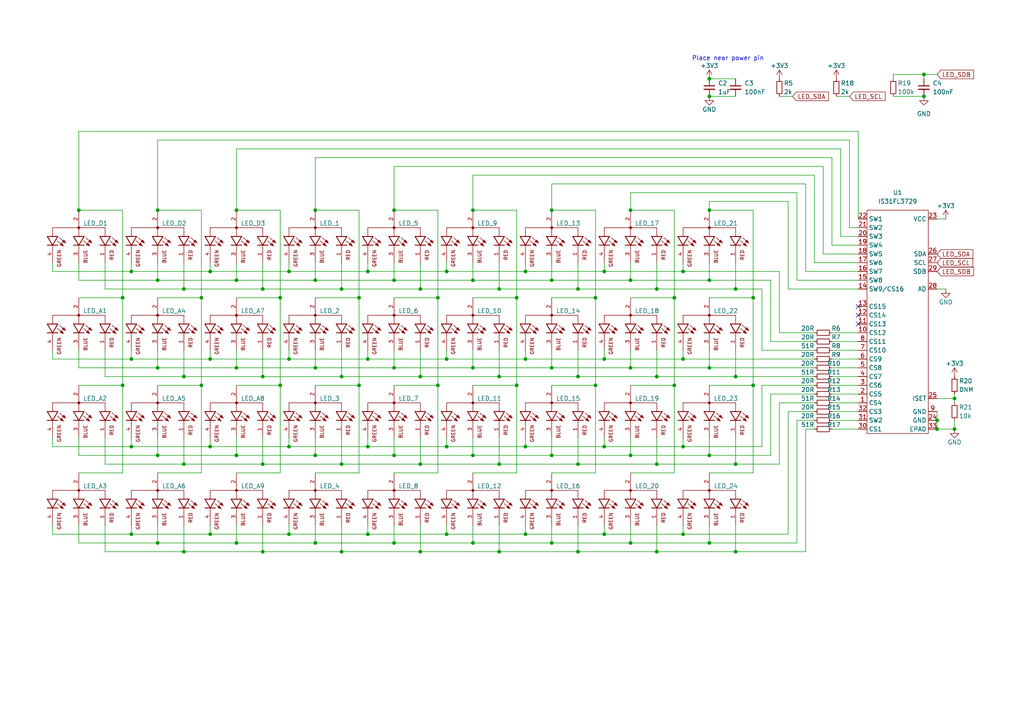
<source format=kicad_sch>
(kicad_sch (version 20211123) (generator eeschema)
  (paper "A4")
  (lib_symbols
    (symbol "Device:C_Small" (pin_numbers hide) (pin_names (offset 0.254) hide)
      (property "Reference" "C" (at 0.254 1.778 0))
      (property "Value" "C_Small" (at 0.254 -2.032 0))
      (symbol "C_Small_1_1"
        (pin passive line (at 0 2.54 270) (length 2.032) (name "~") (number "1"))
        (pin passive line (at 0 -2.54 90) (length 2.032) (name "~") (number "2"))
      )
    )
    (symbol "Device:R_Small" (pin_numbers hide) (pin_names (offset 0.254) hide)
      (property "Reference" "R" (at 0.762 0.508 0))
      (property "Value" "R_Small" (at 0.762 -1.016 0))
      (symbol "R_Small_1_1"
        (pin passive line (at 0 2.54 270) (length 0.762) (name "~") (number "1"))
        (pin passive line (at 0 -2.54 90) (length 0.762) (name "~") (number "2"))
      )
    )
    (symbol "T36K3BGR-05D000121U1930:T36K3BGR-05D000121U1930" (pin_names (offset 1.016))
      (property "Reference" "D" (at -10.16 12.7 0))
      (property "Value" "T36K3BGR-05D000121U1930" (at -10.16 10.16 0))
      (symbol "T36K3BGR-05D000121U1930_0_0"
        (text "BLUE" (at 3.81 2.54 0) (effects (font (size 1.016 1.016)) (justify left bottom)))
        (text "GREEN" (at 3.81 -5.08 0) (effects (font (size 1.016 1.016)) (justify left bottom)))
        (text "RED" (at 3.81 10.16 0) (effects (font (size 1.016 1.016)) (justify left bottom)))
        (pin passive line (at 7.62 7.62 180) (length 5.08) (name "~") (number "1"))
        (pin passive line (at -7.62 0 0) (length 5.08) (name "~") (number "2"))
        (pin passive line (at 7.62 0 180) (length 5.08) (name "~") (number "3"))
        (pin passive line (at 7.62 -7.62 180) (length 5.08) (name "~") (number "4"))
      )
    )
    (symbol "oskars_design_lib:IS31FL3729"
      (property "Reference" "U" (at 8.89 66.04 0))
      (property "Value" "IS31FL3729" (at 10.16 -1.27 0))
      (symbol "IS31FL3729_0_0"
        (pin passive line (at 20.32 8.89 180) (length 2.54) (name "CS4") (number "1"))
        (pin passive line (at 20.32 29.21 180) (length 2.54) (name "CS12") (number "10"))
        (pin passive line (at 20.32 31.75 180) (length 2.54) (name "CS13") (number "11"))
        (pin passive line (at 20.32 34.29 180) (length 2.54) (name "CS14") (number "12"))
        (pin passive line (at 20.32 36.83 180) (length 2.54) (name "CS15") (number "13"))
        (pin passive line (at 20.32 41.91 180) (length 2.54) (name "SW9/CS16") (number "14"))
        (pin passive line (at 20.32 44.45 180) (length 2.54) (name "SW8") (number "15"))
        (pin passive line (at 20.32 46.99 180) (length 2.54) (name "SW7") (number "16"))
        (pin passive line (at 20.32 49.53 180) (length 2.54) (name "SW6") (number "17"))
        (pin passive line (at 20.32 52.07 180) (length 2.54) (name "SW5") (number "18"))
        (pin passive line (at 20.32 54.61 180) (length 2.54) (name "SW4") (number "19"))
        (pin passive line (at 20.32 11.43 180) (length 2.54) (name "CS5") (number "2"))
        (pin passive line (at 20.32 57.15 180) (length 2.54) (name "SW3") (number "20"))
        (pin passive line (at 20.32 59.69 180) (length 2.54) (name "SW2") (number "21"))
        (pin passive line (at 20.32 62.23 180) (length 2.54) (name "SW1") (number "22"))
        (pin power_in line (at -2.54 62.23 0) (length 2.54) (name "VCC") (number "23"))
        (pin passive line (at -2.54 3.81 0) (length 2.54) (name "GND") (number "24"))
        (pin passive line (at -2.54 10.16 0) (length 2.54) (name "ISET") (number "25"))
        (pin passive line (at -2.54 52.07 0) (length 2.54) (name "SDA") (number "26"))
        (pin passive line (at -2.54 49.53 0) (length 2.54) (name "SCL") (number "27"))
        (pin passive line (at -2.54 41.91 0) (length 2.54) (name "AD") (number "28"))
        (pin passive line (at -2.54 46.99 0) (length 2.54) (name "SDB") (number "29"))
        (pin passive line (at 20.32 13.97 180) (length 2.54) (name "CS6") (number "3"))
        (pin passive line (at 20.32 1.27 180) (length 2.54) (name "CS1") (number "30"))
        (pin passive line (at 20.32 3.81 180) (length 2.54) (name "SW2") (number "31"))
        (pin passive line (at 20.32 6.35 180) (length 2.54) (name "CS3") (number "32"))
        (pin passive line (at -2.54 1.27 0) (length 2.54) (name "EPAD") (number "33"))
        (pin passive line (at 20.32 16.51 180) (length 2.54) (name "CS7") (number "4"))
        (pin passive line (at 20.32 19.05 180) (length 2.54) (name "CS8") (number "5"))
        (pin passive line (at 20.32 21.59 180) (length 2.54) (name "CS9") (number "6"))
        (pin passive line (at 20.32 24.13 180) (length 2.54) (name "CS10") (number "7"))
        (pin passive line (at 20.32 26.67 180) (length 2.54) (name "CS11") (number "8"))
        (pin passive line (at -2.54 6.35 0) (length 2.54) (name "GND") (number "9"))
      )
    )
    (symbol "power:+3V3" (power) (pin_names (offset 0))
      (property "Value" "+3V3" (at 0 3.556 0))
      (symbol "+3V3_1_1"
        (pin power_in line (at 0 0 90) (length 0) hide (name "+3V3") (number "1"))
      )
    )
    (symbol "power:GND" (power) (pin_names (offset 0))
      (property "Value" "GND" (at 0 -3.81 0))
      (symbol "GND_1_1"
        (pin power_in line (at 0 0 270) (length 0) hide (name "GND") (number "1"))
      )
    )
  )
  (junction (at 91.44 81.28))
  (junction (at 58.42 111.76))
  (junction (at 91.44 106.68))
  (junction (at 35.56 111.76))
  (junction (at 114.3 60.96))
  (junction (at 205.74 60.96))
  (junction (at 53.34 160.02))
  (junction (at 182.88 60.96))
  (junction (at 129.54 78.74))
  (junction (at 144.78 134.62))
  (junction (at 76.2 134.62))
  (junction (at 38.1 78.74))
  (junction (at 213.36 83.82))
  (junction (at 160.02 60.96))
  (junction (at 182.88 81.28))
  (junction (at 91.44 157.48))
  (junction (at 205.74 106.68))
  (junction (at 68.58 81.28))
  (junction (at 205.74 27.94))
  (junction (at 22.86 60.96))
  (junction (at 53.34 83.82))
  (junction (at 83.82 104.14))
  (junction (at 198.12 129.54))
  (junction (at 106.68 78.74))
  (junction (at 276.86 115.57))
  (junction (at 213.36 160.02))
  (junction (at 149.86 111.76))
  (junction (at 182.88 106.68))
  (junction (at 175.26 129.54))
  (junction (at 83.82 154.94))
  (junction (at 195.58 86.36))
  (junction (at 38.1 154.94))
  (junction (at 121.92 83.82))
  (junction (at 129.54 104.14))
  (junction (at 205.74 157.48))
  (junction (at 68.58 132.08))
  (junction (at 167.64 83.82))
  (junction (at 106.68 154.94))
  (junction (at 160.02 132.08))
  (junction (at 58.42 86.36))
  (junction (at 127 86.36))
  (junction (at 60.96 104.14))
  (junction (at 76.2 83.82))
  (junction (at 160.02 81.28))
  (junction (at 152.4 104.14))
  (junction (at 60.96 129.54))
  (junction (at 121.92 134.62))
  (junction (at 160.02 106.68))
  (junction (at 60.96 154.94))
  (junction (at 129.54 154.94))
  (junction (at 137.16 60.96))
  (junction (at 190.5 160.02))
  (junction (at 45.72 106.68))
  (junction (at 114.3 157.48))
  (junction (at 137.16 132.08))
  (junction (at 114.3 132.08))
  (junction (at 60.96 78.74))
  (junction (at 104.14 111.76))
  (junction (at 99.06 134.62))
  (junction (at 38.1 104.14))
  (junction (at 190.5 83.82))
  (junction (at 144.78 83.82))
  (junction (at 198.12 154.94))
  (junction (at 213.36 134.62))
  (junction (at 205.74 132.08))
  (junction (at 99.06 160.02))
  (junction (at 68.58 106.68))
  (junction (at 129.54 129.54))
  (junction (at 152.4 78.74))
  (junction (at 172.72 111.76))
  (junction (at 127 111.76))
  (junction (at 91.44 60.96))
  (junction (at 81.28 86.36))
  (junction (at 114.3 81.28))
  (junction (at 213.36 109.22))
  (junction (at 38.1 129.54))
  (junction (at 152.4 154.94))
  (junction (at 104.14 86.36))
  (junction (at 182.88 132.08))
  (junction (at 45.72 81.28))
  (junction (at 152.4 129.54))
  (junction (at 53.34 109.22))
  (junction (at 83.82 78.74))
  (junction (at 190.5 134.62))
  (junction (at 175.26 154.94))
  (junction (at 91.44 132.08))
  (junction (at 190.5 109.22))
  (junction (at 106.68 129.54))
  (junction (at 99.06 83.82))
  (junction (at 137.16 81.28))
  (junction (at 205.74 22.86))
  (junction (at 81.28 111.76))
  (junction (at 167.64 109.22))
  (junction (at 276.86 124.46))
  (junction (at 45.72 60.96))
  (junction (at 175.26 78.74))
  (junction (at 45.72 157.48))
  (junction (at 76.2 109.22))
  (junction (at 137.16 157.48))
  (junction (at 68.58 60.96))
  (junction (at 172.72 86.36))
  (junction (at 137.16 106.68))
  (junction (at 121.92 160.02))
  (junction (at 198.12 104.14))
  (junction (at 218.44 111.76))
  (junction (at 53.34 134.62))
  (junction (at 167.64 134.62))
  (junction (at 144.78 160.02))
  (junction (at 198.12 78.74))
  (junction (at 205.74 81.28))
  (junction (at 175.26 104.14))
  (junction (at 99.06 109.22))
  (junction (at 45.72 132.08))
  (junction (at 68.58 157.48))
  (junction (at 76.2 160.02))
  (junction (at 195.58 111.76))
  (junction (at 106.68 104.14))
  (junction (at 160.02 157.48))
  (junction (at 167.64 160.02))
  (junction (at 271.78 124.46))
  (junction (at 271.78 121.92))
  (junction (at 83.82 129.54))
  (junction (at 149.86 86.36))
  (junction (at 35.56 86.36))
  (junction (at 121.92 109.22))
  (junction (at 114.3 106.68))
  (junction (at 218.44 86.36))
  (junction (at 267.97 21.59))
  (junction (at 182.88 157.48))
  (junction (at 267.97 27.94))
  (junction (at 144.78 109.22))
  (no_connect (at 248.92 93.98))
  (no_connect (at 248.92 88.9))
  (no_connect (at 248.92 91.44))
  (wire (pts (xy 241.3 71.12) (xy 241.3 45.72)))
  (wire (pts (xy 114.3 111.76) (xy 127 111.76)))
  (wire (pts (xy 121.92 134.62) (xy 144.78 134.62)))
  (wire (pts (xy 15.24 76.2) (xy 15.24 78.74)))
  (wire (pts (xy 68.58 86.36) (xy 81.28 86.36)))
  (wire (pts (xy 22.86 60.96) (xy 22.86 38.1)))
  (wire (pts (xy 205.74 157.48) (xy 205.74 152.4)))
  (wire (pts (xy 91.44 106.68) (xy 114.3 106.68)))
  (wire (pts (xy 226.06 134.62) (xy 226.06 116.84)))
  (wire (pts (xy 160.02 106.68) (xy 160.02 101.6)))
  (wire (pts (xy 53.34 83.82) (xy 76.2 83.82)))
  (wire (pts (xy 38.1 76.2) (xy 38.1 78.74)))
  (wire (pts (xy 144.78 134.62) (xy 167.64 134.62)))
  (wire (pts (xy 190.5 134.62) (xy 190.5 127)))
  (wire (pts (xy 129.54 78.74) (xy 152.4 78.74)))
  (wire (pts (xy 231.14 55.88) (xy 182.88 55.88)))
  (wire (pts (xy 60.96 104.14) (xy 83.82 104.14)))
  (wire (pts (xy 160.02 81.28) (xy 182.88 81.28)))
  (wire (pts (xy 91.44 157.48) (xy 114.3 157.48)))
  (wire (pts (xy 152.4 104.14) (xy 175.26 104.14)))
  (wire (pts (xy 175.26 154.94) (xy 175.26 152.4)))
  (wire (pts (xy 91.44 81.28) (xy 91.44 76.2)))
  (wire (pts (xy 45.72 76.2) (xy 45.72 81.28)))
  (wire (pts (xy 182.88 81.28) (xy 205.74 81.28)))
  (wire (pts (xy 167.64 83.82) (xy 167.64 76.2)))
  (wire (pts (xy 259.08 21.59) (xy 259.08 22.86)))
  (wire (pts (xy 144.78 83.82) (xy 167.64 83.82)))
  (wire (pts (xy 238.76 48.26) (xy 114.3 48.26)))
  (wire (pts (xy 218.44 111.76) (xy 218.44 137.16)))
  (wire (pts (xy 114.3 86.36) (xy 127 86.36)))
  (wire (pts (xy 238.76 73.66) (xy 238.76 48.26)))
  (wire (pts (xy 248.92 38.1) (xy 248.92 63.5)))
  (wire (pts (xy 267.97 21.59) (xy 259.08 21.59)))
  (wire (pts (xy 144.78 109.22) (xy 167.64 109.22)))
  (wire (pts (xy 190.5 160.02) (xy 190.5 152.4)))
  (wire (pts (xy 175.26 104.14) (xy 175.26 101.6)))
  (wire (pts (xy 248.92 68.58) (xy 243.84 68.58)))
  (wire (pts (xy 175.26 78.74) (xy 175.26 76.2)))
  (wire (pts (xy 76.2 101.6) (xy 76.2 109.22)))
  (wire (pts (xy 53.34 109.22) (xy 76.2 109.22)))
  (wire (pts (xy 38.1 78.74) (xy 60.96 78.74)))
  (wire (pts (xy 144.78 134.62) (xy 144.78 127)))
  (wire (pts (xy 114.3 81.28) (xy 137.16 81.28)))
  (wire (pts (xy 76.2 160.02) (xy 99.06 160.02)))
  (wire (pts (xy 68.58 60.96) (xy 81.28 60.96)))
  (wire (pts (xy 60.96 101.6) (xy 60.96 104.14)))
  (wire (pts (xy 60.96 127) (xy 60.96 129.54)))
  (wire (pts (xy 106.68 78.74) (xy 129.54 78.74)))
  (wire (pts (xy 137.16 132.08) (xy 137.16 127)))
  (wire (pts (xy 241.3 119.38) (xy 248.92 119.38)))
  (wire (pts (xy 152.4 104.14) (xy 152.4 101.6)))
  (wire (pts (xy 236.22 101.6) (xy 220.98 101.6)))
  (wire (pts (xy 233.68 78.74) (xy 233.68 53.34)))
  (wire (pts (xy 223.52 114.3) (xy 236.22 114.3)))
  (wire (pts (xy 182.88 60.96) (xy 195.58 60.96)))
  (wire (pts (xy 106.68 129.54) (xy 129.54 129.54)))
  (wire (pts (xy 231.14 81.28) (xy 231.14 55.88)))
  (wire (pts (xy 15.24 154.94) (xy 38.1 154.94)))
  (wire (pts (xy 68.58 152.4) (xy 68.58 157.48)))
  (wire (pts (xy 60.96 152.4) (xy 60.96 154.94)))
  (wire (pts (xy 38.1 127) (xy 38.1 129.54)))
  (wire (pts (xy 22.86 60.96) (xy 35.56 60.96)))
  (wire (pts (xy 167.64 109.22) (xy 190.5 109.22)))
  (wire (pts (xy 137.16 137.16) (xy 149.86 137.16)))
  (wire (pts (xy 160.02 157.48) (xy 160.02 152.4)))
  (wire (pts (xy 220.98 101.6) (xy 220.98 83.82)))
  (wire (pts (xy 22.86 106.68) (xy 45.72 106.68)))
  (wire (pts (xy 205.74 86.36) (xy 218.44 86.36)))
  (wire (pts (xy 114.3 48.26) (xy 114.3 60.96)))
  (wire (pts (xy 271.78 21.59) (xy 267.97 21.59)))
  (wire (pts (xy 223.52 132.08) (xy 223.52 114.3)))
  (wire (pts (xy 83.82 104.14) (xy 83.82 101.6)))
  (wire (pts (xy 182.88 55.88) (xy 182.88 60.96)))
  (wire (pts (xy 137.16 106.68) (xy 137.16 101.6)))
  (wire (pts (xy 226.06 78.74) (xy 198.12 78.74)))
  (wire (pts (xy 246.38 66.04) (xy 246.38 40.64)))
  (wire (pts (xy 228.6 83.82) (xy 248.92 83.82)))
  (wire (pts (xy 160.02 137.16) (xy 172.72 137.16)))
  (wire (pts (xy 22.86 76.2) (xy 22.86 81.28)))
  (wire (pts (xy 149.86 60.96) (xy 149.86 86.36)))
  (wire (pts (xy 104.14 60.96) (xy 104.14 86.36)))
  (wire (pts (xy 53.34 101.6) (xy 53.34 109.22)))
  (wire (pts (xy 228.6 58.42) (xy 228.6 83.82)))
  (wire (pts (xy 198.12 104.14) (xy 198.12 101.6)))
  (wire (pts (xy 45.72 152.4) (xy 45.72 157.48)))
  (wire (pts (xy 182.88 106.68) (xy 205.74 106.68)))
  (wire (pts (xy 160.02 157.48) (xy 182.88 157.48)))
  (wire (pts (xy 83.82 154.94) (xy 106.68 154.94)))
  (wire (pts (xy 137.16 86.36) (xy 149.86 86.36)))
  (wire (pts (xy 182.88 132.08) (xy 182.88 127)))
  (wire (pts (xy 172.72 86.36) (xy 172.72 111.76)))
  (wire (pts (xy 38.1 129.54) (xy 60.96 129.54)))
  (wire (pts (xy 60.96 78.74) (xy 83.82 78.74)))
  (wire (pts (xy 246.38 40.64) (xy 45.72 40.64)))
  (wire (pts (xy 76.2 152.4) (xy 76.2 160.02)))
  (wire (pts (xy 137.16 50.8) (xy 137.16 60.96)))
  (wire (pts (xy 68.58 43.18) (xy 68.58 60.96)))
  (wire (pts (xy 182.88 132.08) (xy 205.74 132.08)))
  (wire (pts (xy 198.12 154.94) (xy 228.6 154.94)))
  (wire (pts (xy 121.92 83.82) (xy 144.78 83.82)))
  (wire (pts (xy 22.86 152.4) (xy 22.86 157.48)))
  (wire (pts (xy 114.3 81.28) (xy 114.3 76.2)))
  (wire (pts (xy 121.92 160.02) (xy 121.92 152.4)))
  (wire (pts (xy 114.3 60.96) (xy 127 60.96)))
  (wire (pts (xy 233.68 124.46) (xy 236.22 124.46)))
  (wire (pts (xy 160.02 132.08) (xy 182.88 132.08)))
  (wire (pts (xy 172.72 111.76) (xy 172.72 137.16)))
  (wire (pts (xy 213.36 134.62) (xy 226.06 134.62)))
  (wire (pts (xy 30.48 101.6) (xy 30.48 109.22)))
  (wire (pts (xy 68.58 137.16) (xy 81.28 137.16)))
  (wire (pts (xy 121.92 109.22) (xy 144.78 109.22)))
  (wire (pts (xy 127 60.96) (xy 127 86.36)))
  (wire (pts (xy 205.74 106.68) (xy 205.74 101.6)))
  (wire (pts (xy 241.3 101.6) (xy 248.92 101.6)))
  (wire (pts (xy 233.68 160.02) (xy 233.68 124.46)))
  (wire (pts (xy 91.44 81.28) (xy 114.3 81.28)))
  (wire (pts (xy 45.72 132.08) (xy 68.58 132.08)))
  (wire (pts (xy 220.98 83.82) (xy 213.36 83.82)))
  (wire (pts (xy 53.34 127) (xy 53.34 134.62)))
  (wire (pts (xy 76.2 83.82) (xy 99.06 83.82)))
  (wire (pts (xy 83.82 78.74) (xy 106.68 78.74)))
  (wire (pts (xy 167.64 160.02) (xy 167.64 152.4)))
  (wire (pts (xy 195.58 111.76) (xy 195.58 137.16)))
  (wire (pts (xy 91.44 60.96) (xy 104.14 60.96)))
  (wire (pts (xy 276.86 114.3) (xy 276.86 115.57)))
  (wire (pts (xy 91.44 132.08) (xy 114.3 132.08)))
  (wire (pts (xy 276.86 121.92) (xy 276.86 124.46)))
  (wire (pts (xy 53.34 134.62) (xy 76.2 134.62)))
  (wire (pts (xy 152.4 78.74) (xy 152.4 76.2)))
  (wire (pts (xy 195.58 86.36) (xy 195.58 111.76)))
  (wire (pts (xy 172.72 60.96) (xy 172.72 86.36)))
  (wire (pts (xy 160.02 86.36) (xy 172.72 86.36)))
  (wire (pts (xy 259.08 27.94) (xy 267.97 27.94)))
  (wire (pts (xy 38.1 152.4) (xy 38.1 154.94)))
  (wire (pts (xy 190.5 109.22) (xy 213.36 109.22)))
  (wire (pts (xy 243.84 43.18) (xy 68.58 43.18)))
  (wire (pts (xy 99.06 160.02) (xy 121.92 160.02)))
  (wire (pts (xy 114.3 157.48) (xy 114.3 152.4)))
  (wire (pts (xy 137.16 111.76) (xy 149.86 111.76)))
  (wire (pts (xy 241.3 124.46) (xy 248.92 124.46)))
  (wire (pts (xy 137.16 132.08) (xy 160.02 132.08)))
  (wire (pts (xy 45.72 157.48) (xy 68.58 157.48)))
  (wire (pts (xy 22.86 38.1) (xy 248.92 38.1)))
  (wire (pts (xy 83.82 104.14) (xy 106.68 104.14)))
  (wire (pts (xy 241.3 114.3) (xy 248.92 114.3)))
  (wire (pts (xy 271.78 115.57) (xy 276.86 115.57)))
  (wire (pts (xy 15.24 127) (xy 15.24 129.54)))
  (wire (pts (xy 182.88 86.36) (xy 195.58 86.36)))
  (wire (pts (xy 68.58 76.2) (xy 68.58 81.28)))
  (wire (pts (xy 68.58 81.28) (xy 91.44 81.28)))
  (wire (pts (xy 198.12 154.94) (xy 198.12 152.4)))
  (wire (pts (xy 129.54 129.54) (xy 152.4 129.54)))
  (wire (pts (xy 205.74 137.16) (xy 218.44 137.16)))
  (wire (pts (xy 182.88 81.28) (xy 182.88 76.2)))
  (wire (pts (xy 45.72 127) (xy 45.72 132.08)))
  (wire (pts (xy 114.3 132.08) (xy 137.16 132.08)))
  (wire (pts (xy 121.92 160.02) (xy 144.78 160.02)))
  (wire (pts (xy 229.87 27.94) (xy 226.06 27.94)))
  (wire (pts (xy 22.86 101.6) (xy 22.86 106.68)))
  (wire (pts (xy 175.26 154.94) (xy 198.12 154.94)))
  (wire (pts (xy 190.5 134.62) (xy 213.36 134.62)))
  (wire (pts (xy 114.3 106.68) (xy 137.16 106.68)))
  (wire (pts (xy 22.86 132.08) (xy 45.72 132.08)))
  (wire (pts (xy 167.64 83.82) (xy 190.5 83.82)))
  (wire (pts (xy 30.48 160.02) (xy 53.34 160.02)))
  (wire (pts (xy 106.68 154.94) (xy 129.54 154.94)))
  (wire (pts (xy 76.2 76.2) (xy 76.2 83.82)))
  (wire (pts (xy 137.16 106.68) (xy 160.02 106.68)))
  (wire (pts (xy 58.42 60.96) (xy 58.42 86.36)))
  (wire (pts (xy 60.96 154.94) (xy 83.82 154.94)))
  (wire (pts (xy 91.44 157.48) (xy 91.44 152.4)))
  (wire (pts (xy 149.86 86.36) (xy 149.86 111.76)))
  (wire (pts (xy 68.58 106.68) (xy 91.44 106.68)))
  (wire (pts (xy 144.78 160.02) (xy 167.64 160.02)))
  (wire (pts (xy 226.06 96.52) (xy 226.06 78.74)))
  (wire (pts (xy 236.22 99.06) (xy 223.52 99.06)))
  (wire (pts (xy 241.3 111.76) (xy 248.92 111.76)))
  (wire (pts (xy 205.74 60.96) (xy 205.74 58.42)))
  (wire (pts (xy 15.24 101.6) (xy 15.24 104.14)))
  (wire (pts (xy 99.06 109.22) (xy 121.92 109.22)))
  (wire (pts (xy 15.24 152.4) (xy 15.24 154.94)))
  (wire (pts (xy 152.4 78.74) (xy 175.26 78.74)))
  (wire (pts (xy 248.92 71.12) (xy 241.3 71.12)))
  (wire (pts (xy 213.36 160.02) (xy 213.36 152.4)))
  (wire (pts (xy 53.34 160.02) (xy 76.2 160.02)))
  (wire (pts (xy 226.06 116.84) (xy 236.22 116.84)))
  (wire (pts (xy 68.58 132.08) (xy 91.44 132.08)))
  (wire (pts (xy 248.92 81.28) (xy 231.14 81.28)))
  (wire (pts (xy 137.16 81.28) (xy 160.02 81.28)))
  (wire (pts (xy 205.74 157.48) (xy 231.14 157.48)))
  (wire (pts (xy 30.48 127) (xy 30.48 134.62)))
  (wire (pts (xy 106.68 154.94) (xy 106.68 152.4)))
  (wire (pts (xy 241.3 116.84) (xy 248.92 116.84)))
  (wire (pts (xy 35.56 60.96) (xy 35.56 86.36)))
  (wire (pts (xy 182.88 137.16) (xy 195.58 137.16)))
  (wire (pts (xy 167.64 109.22) (xy 167.64 101.6)))
  (wire (pts (xy 30.48 152.4) (xy 30.48 160.02)))
  (wire (pts (xy 167.64 160.02) (xy 190.5 160.02)))
  (wire (pts (xy 91.44 106.68) (xy 91.44 101.6)))
  (wire (pts (xy 83.82 129.54) (xy 83.82 127)))
  (wire (pts (xy 35.56 111.76) (xy 35.56 137.16)))
  (wire (pts (xy 38.1 101.6) (xy 38.1 104.14)))
  (wire (pts (xy 114.3 157.48) (xy 137.16 157.48)))
  (wire (pts (xy 198.12 129.54) (xy 220.98 129.54)))
  (wire (pts (xy 35.56 86.36) (xy 35.56 111.76)))
  (wire (pts (xy 81.28 86.36) (xy 81.28 111.76)))
  (wire (pts (xy 68.58 157.48) (xy 91.44 157.48)))
  (wire (pts (xy 30.48 76.2) (xy 30.48 83.82)))
  (wire (pts (xy 241.3 109.22) (xy 248.92 109.22)))
  (wire (pts (xy 198.12 129.54) (xy 198.12 127)))
  (wire (pts (xy 129.54 104.14) (xy 129.54 101.6)))
  (wire (pts (xy 76.2 109.22) (xy 99.06 109.22)))
  (wire (pts (xy 248.92 76.2) (xy 236.22 76.2)))
  (wire (pts (xy 22.86 81.28) (xy 45.72 81.28)))
  (wire (pts (xy 121.92 134.62) (xy 121.92 127)))
  (wire (pts (xy 91.44 45.72) (xy 91.44 60.96)))
  (wire (pts (xy 167.64 134.62) (xy 190.5 134.62)))
  (wire (pts (xy 241.3 96.52) (xy 248.92 96.52)))
  (wire (pts (xy 22.86 127) (xy 22.86 132.08)))
  (wire (pts (xy 104.14 111.76) (xy 104.14 137.16)))
  (wire (pts (xy 99.06 83.82) (xy 99.06 76.2)))
  (wire (pts (xy 220.98 129.54) (xy 220.98 111.76)))
  (wire (pts (xy 114.3 106.68) (xy 114.3 101.6)))
  (wire (pts (xy 190.5 109.22) (xy 190.5 101.6)))
  (wire (pts (xy 99.06 83.82) (xy 121.92 83.82)))
  (wire (pts (xy 231.14 121.92) (xy 236.22 121.92)))
  (wire (pts (xy 114.3 137.16) (xy 127 137.16)))
  (wire (pts (xy 198.12 78.74) (xy 198.12 76.2)))
  (wire (pts (xy 76.2 127) (xy 76.2 134.62)))
  (wire (pts (xy 236.22 50.8) (xy 137.16 50.8)))
  (wire (pts (xy 60.96 76.2) (xy 60.96 78.74)))
  (wire (pts (xy 271.78 124.46) (xy 271.78 121.92)))
  (wire (pts (xy 218.44 60.96) (xy 218.44 86.36)))
  (wire (pts (xy 129.54 129.54) (xy 129.54 127)))
  (wire (pts (xy 106.68 104.14) (xy 129.54 104.14)))
  (wire (pts (xy 22.86 111.76) (xy 35.56 111.76)))
  (wire (pts (xy 160.02 132.08) (xy 160.02 127)))
  (wire (pts (xy 248.92 66.04) (xy 246.38 66.04)))
  (wire (pts (xy 220.98 111.76) (xy 236.22 111.76)))
  (wire (pts (xy 167.64 134.62) (xy 167.64 127)))
  (wire (pts (xy 213.36 83.82) (xy 213.36 76.2)))
  (wire (pts (xy 81.28 60.96) (xy 81.28 86.36)))
  (wire (pts (xy 45.72 60.96) (xy 58.42 60.96)))
  (wire (pts (xy 30.48 109.22) (xy 53.34 109.22)))
  (wire (pts (xy 99.06 160.02) (xy 99.06 152.4)))
  (wire (pts (xy 205.74 81.28) (xy 205.74 76.2)))
  (wire (pts (xy 58.42 86.36) (xy 58.42 111.76)))
  (wire (pts (xy 114.3 132.08) (xy 114.3 127)))
  (wire (pts (xy 243.84 68.58) (xy 243.84 43.18)))
  (wire (pts (xy 68.58 101.6) (xy 68.58 106.68)))
  (wire (pts (xy 271.78 121.92) (xy 271.78 119.38)))
  (wire (pts (xy 45.72 81.28) (xy 68.58 81.28)))
  (wire (pts (xy 68.58 127) (xy 68.58 132.08)))
  (wire (pts (xy 233.68 53.34) (xy 160.02 53.34)))
  (wire (pts (xy 121.92 109.22) (xy 121.92 101.6)))
  (wire (pts (xy 45.72 111.76) (xy 58.42 111.76)))
  (wire (pts (xy 60.96 129.54) (xy 83.82 129.54)))
  (wire (pts (xy 38.1 154.94) (xy 60.96 154.94)))
  (wire (pts (xy 213.36 160.02) (xy 233.68 160.02)))
  (wire (pts (xy 248.92 73.66) (xy 238.76 73.66)))
  (wire (pts (xy 152.4 129.54) (xy 152.4 127)))
  (wire (pts (xy 144.78 83.82) (xy 144.78 76.2)))
  (wire (pts (xy 231.14 157.48) (xy 231.14 121.92)))
  (wire (pts (xy 22.86 137.16) (xy 35.56 137.16)))
  (wire (pts (xy 152.4 129.54) (xy 175.26 129.54)))
  (wire (pts (xy 236.22 96.52) (xy 226.06 96.52)))
  (wire (pts (xy 241.3 104.14) (xy 248.92 104.14)))
  (wire (pts (xy 205.74 58.42) (xy 228.6 58.42)))
  (wire (pts (xy 223.52 99.06) (xy 223.52 81.28)))
  (wire (pts (xy 160.02 81.28) (xy 160.02 76.2)))
  (wire (pts (xy 81.28 111.76) (xy 81.28 137.16)))
  (wire (pts (xy 274.32 63.5) (xy 271.78 63.5)))
  (wire (pts (xy 175.26 129.54) (xy 198.12 129.54)))
  (wire (pts (xy 152.4 154.94) (xy 175.26 154.94)))
  (wire (pts (xy 274.32 83.82) (xy 271.78 83.82)))
  (wire (pts (xy 137.16 60.96) (xy 149.86 60.96)))
  (wire (pts (xy 83.82 154.94) (xy 83.82 152.4)))
  (wire (pts (xy 223.52 81.28) (xy 205.74 81.28)))
  (wire (pts (xy 99.06 134.62) (xy 99.06 127)))
  (wire (pts (xy 205.74 27.94) (xy 213.36 27.94)))
  (wire (pts (xy 198.12 104.14) (xy 236.22 104.14)))
  (wire (pts (xy 241.3 45.72) (xy 91.44 45.72)))
  (wire (pts (xy 276.86 116.84) (xy 276.86 115.57)))
  (wire (pts (xy 129.54 104.14) (xy 152.4 104.14)))
  (wire (pts (xy 276.86 124.46) (xy 271.78 124.46)))
  (wire (pts (xy 213.36 109.22) (xy 236.22 109.22)))
  (wire (pts (xy 121.92 83.82) (xy 121.92 76.2)))
  (wire (pts (xy 205.74 106.68) (xy 236.22 106.68)))
  (wire (pts (xy 91.44 111.76) (xy 104.14 111.76)))
  (wire (pts (xy 182.88 157.48) (xy 182.88 152.4)))
  (wire (pts (xy 22.86 157.48) (xy 45.72 157.48)))
  (wire (pts (xy 228.6 119.38) (xy 236.22 119.38)))
  (wire (pts (xy 137.16 157.48) (xy 160.02 157.48)))
  (wire (pts (xy 15.24 78.74) (xy 38.1 78.74)))
  (wire (pts (xy 129.54 154.94) (xy 152.4 154.94)))
  (wire (pts (xy 160.02 60.96) (xy 172.72 60.96)))
  (wire (pts (xy 45.72 106.68) (xy 68.58 106.68)))
  (wire (pts (xy 127 111.76) (xy 127 137.16)))
  (wire (pts (xy 137.16 157.48) (xy 137.16 152.4)))
  (wire (pts (xy 99.06 109.22) (xy 99.06 101.6)))
  (wire (pts (xy 195.58 60.96) (xy 195.58 86.36)))
  (wire (pts (xy 182.88 111.76) (xy 195.58 111.76)))
  (wire (pts (xy 182.88 157.48) (xy 205.74 157.48)))
  (wire (pts (xy 205.74 22.86) (xy 213.36 22.86)))
  (wire (pts (xy 53.34 76.2) (xy 53.34 83.82)))
  (wire (pts (xy 137.16 81.28) (xy 137.16 76.2)))
  (wire (pts (xy 22.86 86.36) (xy 35.56 86.36)))
  (wire (pts (xy 45.72 137.16) (xy 58.42 137.16)))
  (wire (pts (xy 45.72 40.64) (xy 45.72 60.96)))
  (wire (pts (xy 236.22 76.2) (xy 236.22 50.8)))
  (wire (pts (xy 91.44 132.08) (xy 91.44 127)))
  (wire (pts (xy 83.82 129.54) (xy 106.68 129.54)))
  (wire (pts (xy 190.5 160.02) (xy 213.36 160.02)))
  (wire (pts (xy 205.74 111.76) (xy 218.44 111.76)))
  (wire (pts (xy 53.34 152.4) (xy 53.34 160.02)))
  (wire (pts (xy 160.02 53.34) (xy 160.02 60.96)))
  (wire (pts (xy 241.3 121.92) (xy 248.92 121.92)))
  (wire (pts (xy 58.42 111.76) (xy 58.42 137.16)))
  (wire (pts (xy 104.14 86.36) (xy 104.14 111.76)))
  (wire (pts (xy 15.24 129.54) (xy 38.1 129.54)))
  (wire (pts (xy 106.68 78.74) (xy 106.68 76.2)))
  (wire (pts (xy 218.44 86.36) (xy 218.44 111.76)))
  (wire (pts (xy 152.4 154.94) (xy 152.4 152.4)))
  (wire (pts (xy 106.68 104.14) (xy 106.68 101.6)))
  (wire (pts (xy 129.54 154.94) (xy 129.54 152.4)))
  (wire (pts (xy 182.88 106.68) (xy 182.88 101.6)))
  (wire (pts (xy 30.48 83.82) (xy 53.34 83.82)))
  (wire (pts (xy 175.26 78.74) (xy 198.12 78.74)))
  (wire (pts (xy 76.2 134.62) (xy 99.06 134.62)))
  (wire (pts (xy 205.74 60.96) (xy 218.44 60.96)))
  (wire (pts (xy 68.58 111.76) (xy 81.28 111.76)))
  (wire (pts (xy 127 86.36) (xy 127 111.76)))
  (wire (pts (xy 91.44 137.16) (xy 104.14 137.16)))
  (wire (pts (xy 160.02 106.68) (xy 182.88 106.68)))
  (wire (pts (xy 175.26 104.14) (xy 198.12 104.14)))
  (wire (pts (xy 160.02 111.76) (xy 172.72 111.76)))
  (wire (pts (xy 190.5 83.82) (xy 213.36 83.82)))
  (wire (pts (xy 129.54 78.74) (xy 129.54 76.2)))
  (wire (pts (xy 205.74 132.08) (xy 205.74 127)))
  (wire (pts (xy 15.24 104.14) (xy 38.1 104.14)))
  (wire (pts (xy 38.1 104.14) (xy 60.96 104.14)))
  (wire (pts (xy 45.72 86.36) (xy 58.42 86.36)))
  (wire (pts (xy 144.78 160.02) (xy 144.78 152.4)))
  (wire (pts (xy 149.86 111.76) (xy 149.86 137.16)))
  (wire (pts (xy 213.36 109.22) (xy 213.36 101.6)))
  (wire (pts (xy 246.38 27.94) (xy 242.57 27.94)))
  (wire (pts (xy 241.3 106.68) (xy 248.92 106.68)))
  (wire (pts (xy 205.74 132.08) (xy 223.52 132.08)))
  (wire (pts (xy 91.44 86.36) (xy 104.14 86.36)))
  (wire (pts (xy 175.26 129.54) (xy 175.26 127)))
  (wire (pts (xy 228.6 154.94) (xy 228.6 119.38)))
  (wire (pts (xy 190.5 83.82) (xy 190.5 76.2)))
  (wire (pts (xy 45.72 101.6) (xy 45.72 106.68)))
  (wire (pts (xy 144.78 109.22) (xy 144.78 101.6)))
  (wire (pts (xy 241.3 99.06) (xy 248.92 99.06)))
  (wire (pts (xy 99.06 134.62) (xy 121.92 134.62)))
  (wire (pts (xy 30.48 134.62) (xy 53.34 134.62)))
  (wire (pts (xy 83.82 78.74) (xy 83.82 76.2)))
  (wire (pts (xy 248.92 78.74) (xy 233.68 78.74)))
  (wire (pts (xy 106.68 129.54) (xy 106.68 127)))
  (wire (pts (xy 267.97 21.59) (xy 267.97 22.86)))
  (wire (pts (xy 213.36 134.62) (xy 213.36 127)))
  (text "Place near power pin" (at 200.66 17.78 0) (effects (font (size 1.27 1.27)) (justify left bottom)))
  (global_label "LED_SDB" (shape input) (at 271.78 21.59 0) (property "Intersheet References" "${INTERSHEET_REFS}" (effects hide)))
  (global_label "LED_SCL" (shape input) (at 271.78 76.2 0) (property "Intersheet References" "${INTERSHEET_REFS}" (effects hide)))
  (global_label "LED_SDA" (shape input) (at 229.87 27.94 0) (property "Intersheet References" "${INTERSHEET_REFS}" (effects hide)))
  (global_label "LED_SDA" (shape input) (at 271.78 73.66 0) (property "Intersheet References" "${INTERSHEET_REFS}" (effects hide)))
  (global_label "LED_SCL" (shape input) (at 246.38 27.94 0) (property "Intersheet References" "${INTERSHEET_REFS}" (effects hide)))
  (global_label "LED_SDB" (shape input) (at 271.78 78.74 0) (property "Intersheet References" "${INTERSHEET_REFS}" (effects hide)))
  (symbol (lib_id "T36K3BGR-05D000121U1930:T36K3BGR-05D000121U1930") (at 22.86 68.58 270) (unit 1)
    (property "Reference" "LED_D1" (at 24.13 64.77 90) (effects (justify left)))
    (property "Value" "T36K3BGR-05D000121U1930" (effects hide))
    (property "Footprint" "LED_T36K3BGR-05D000121U1930" (effects hide))
    (property "PARTREV" "1.1" (effects hide))
    (property "STANDARD" "Manufacturer Recommendations" (effects hide))
    (property "MAXIMUM_PACKAGE_HEIGHT" "1.0mm" (effects hide))
    (property "MANUFACTURER" "Harvatek" (effects hide))
  )
  (symbol (lib_id "Device:R_Small") (at 238.76 111.76 90) (unit 1)
    (property "Reference" "R12" (at 243.84 110.49 90) (effects (justify left)))
    (property "Value" "20R" (at 236.22 110.49 90) (effects (justify left)))
    (property "Footprint" "Resistor_SMD:R_0402_1005Metric" (effects hide))
  )
  (symbol (lib_id "T36K3BGR-05D000121U1930:T36K3BGR-05D000121U1930") (at 205.74 68.58 270) (unit 1)
    (property "Reference" "LED_21" (at 207.01 64.77 90) (effects (justify left)))
    (property "Value" "T36K3BGR-05D000121U1930" (effects hide))
    (property "Footprint" "LED_T36K3BGR-05D000121U1930" (effects hide))
    (property "PARTREV" "1.1" (effects hide))
    (property "STANDARD" "Manufacturer Recommendations" (effects hide))
    (property "MAXIMUM_PACKAGE_HEIGHT" "1.0mm" (effects hide))
    (property "MANUFACTURER" "Harvatek" (effects hide))
  )
  (symbol (lib_id "T36K3BGR-05D000121U1930:T36K3BGR-05D000121U1930") (at 68.58 144.78 270) (unit 1)
    (property "Reference" "LED_A9" (at 69.85 140.97 90) (effects (justify left)))
    (property "Value" "T36K3BGR-05D000121U1930" (effects hide))
    (property "Footprint" "LED_T36K3BGR-05D000121U1930" (effects hide))
    (property "PARTREV" "1.1" (effects hide))
    (property "STANDARD" "Manufacturer Recommendations" (effects hide))
    (property "MAXIMUM_PACKAGE_HEIGHT" "1.0mm" (effects hide))
    (property "MANUFACTURER" "Harvatek" (effects hide))
  )
  (symbol (lib_id "T36K3BGR-05D000121U1930:T36K3BGR-05D000121U1930") (at 91.44 144.78 270) (unit 1)
    (property "Reference" "LED_4" (at 92.71 140.97 90) (effects (justify left)))
    (property "Value" "T36K3BGR-05D000121U1930" (effects hide))
    (property "Footprint" "LED_T36K3BGR-05D000121U1930" (effects hide))
    (property "PARTREV" "1.1" (effects hide))
    (property "STANDARD" "Manufacturer Recommendations" (effects hide))
    (property "MAXIMUM_PACKAGE_HEIGHT" "1.0mm" (effects hide))
    (property "MANUFACTURER" "Harvatek" (effects hide))
  )
  (symbol (lib_id "power:+3V3") (at 205.74 22.86 0) (unit 1)
    (property "Reference" "#PWR0115" (effects hide))
    (property "Value" "+3V3" (at 205.74 19.05 0))
  )
  (symbol (lib_id "power:GND") (at 276.86 124.46 0) (unit 1)
    (property "Reference" "#PWR0118" (effects hide))
    (property "Value" "GND" (at 276.86 128.27 0))
  )
  (symbol (lib_id "T36K3BGR-05D000121U1930:T36K3BGR-05D000121U1930") (at 160.02 144.78 270) (unit 1)
    (property "Reference" "LED_16" (at 161.29 140.97 90) (effects (justify left)))
    (property "Value" "T36K3BGR-05D000121U1930" (effects hide))
    (property "Footprint" "LED_T36K3BGR-05D000121U1930" (effects hide))
    (property "PARTREV" "1.1" (effects hide))
    (property "STANDARD" "Manufacturer Recommendations" (effects hide))
    (property "MAXIMUM_PACKAGE_HEIGHT" "1.0mm" (effects hide))
    (property "MANUFACTURER" "Harvatek" (effects hide))
  )
  (symbol (lib_id "T36K3BGR-05D000121U1930:T36K3BGR-05D000121U1930") (at 68.58 93.98 270) (unit 1)
    (property "Reference" "LED_A7" (at 69.85 90.17 90) (effects (justify left)))
    (property "Value" "T36K3BGR-05D000121U1930" (effects hide))
    (property "Footprint" "LED_T36K3BGR-05D000121U1930" (effects hide))
    (property "PARTREV" "1.1" (effects hide))
    (property "STANDARD" "Manufacturer Recommendations" (effects hide))
    (property "MAXIMUM_PACKAGE_HEIGHT" "1.0mm" (effects hide))
    (property "MANUFACTURER" "Harvatek" (effects hide))
  )
  (symbol (lib_id "T36K3BGR-05D000121U1930:T36K3BGR-05D000121U1930") (at 205.74 119.38 270) (unit 1)
    (property "Reference" "LED_23" (at 207.01 115.57 90) (effects (justify left)))
    (property "Value" "T36K3BGR-05D000121U1930" (effects hide))
    (property "Footprint" "LED_T36K3BGR-05D000121U1930" (effects hide))
    (property "PARTREV" "1.1" (effects hide))
    (property "STANDARD" "Manufacturer Recommendations" (effects hide))
    (property "MAXIMUM_PACKAGE_HEIGHT" "1.0mm" (effects hide))
    (property "MANUFACTURER" "Harvatek" (effects hide))
  )
  (symbol (lib_id "T36K3BGR-05D000121U1930:T36K3BGR-05D000121U1930") (at 160.02 119.38 270) (unit 1)
    (property "Reference" "LED_15" (at 161.29 115.57 90) (effects (justify left)))
    (property "Value" "T36K3BGR-05D000121U1930" (effects hide))
    (property "Footprint" "LED_T36K3BGR-05D000121U1930" (effects hide))
    (property "PARTREV" "1.1" (effects hide))
    (property "STANDARD" "Manufacturer Recommendations" (effects hide))
    (property "MAXIMUM_PACKAGE_HEIGHT" "1.0mm" (effects hide))
    (property "MANUFACTURER" "Harvatek" (effects hide))
  )
  (symbol (lib_id "T36K3BGR-05D000121U1930:T36K3BGR-05D000121U1930") (at 45.72 144.78 270) (unit 1)
    (property "Reference" "LED_A6" (at 46.99 140.97 90) (effects (justify left)))
    (property "Value" "T36K3BGR-05D000121U1930" (effects hide))
    (property "Footprint" "LED_T36K3BGR-05D000121U1930" (effects hide))
    (property "PARTREV" "1.1" (effects hide))
    (property "STANDARD" "Manufacturer Recommendations" (effects hide))
    (property "MAXIMUM_PACKAGE_HEIGHT" "1.0mm" (effects hide))
    (property "MANUFACTURER" "Harvatek" (effects hide))
  )
  (symbol (lib_id "T36K3BGR-05D000121U1930:T36K3BGR-05D000121U1930") (at 22.86 93.98 270) (unit 1)
    (property "Reference" "LED_A1" (at 24.13 90.17 90) (effects (justify left)))
    (property "Value" "T36K3BGR-05D000121U1930" (effects hide))
    (property "Footprint" "LED_T36K3BGR-05D000121U1930" (effects hide))
    (property "PARTREV" "1.1" (effects hide))
    (property "STANDARD" "Manufacturer Recommendations" (effects hide))
    (property "MAXIMUM_PACKAGE_HEIGHT" "1.0mm" (effects hide))
    (property "MANUFACTURER" "Harvatek" (effects hide))
  )
  (symbol (lib_id "T36K3BGR-05D000121U1930:T36K3BGR-05D000121U1930") (at 114.3 144.78 270) (unit 1)
    (property "Reference" "LED_8" (at 115.57 140.97 90) (effects (justify left)))
    (property "Value" "T36K3BGR-05D000121U1930" (effects hide))
    (property "Footprint" "LED_T36K3BGR-05D000121U1930" (effects hide))
    (property "PARTREV" "1.1" (effects hide))
    (property "STANDARD" "Manufacturer Recommendations" (effects hide))
    (property "MAXIMUM_PACKAGE_HEIGHT" "1.0mm" (effects hide))
    (property "MANUFACTURER" "Harvatek" (effects hide))
  )
  (symbol (lib_id "T36K3BGR-05D000121U1930:T36K3BGR-05D000121U1930") (at 205.74 144.78 270) (unit 1)
    (property "Reference" "LED_24" (at 207.01 140.97 90) (effects (justify left)))
    (property "Value" "T36K3BGR-05D000121U1930" (effects hide))
    (property "Footprint" "LED_T36K3BGR-05D000121U1930" (effects hide))
    (property "PARTREV" "1.1" (effects hide))
    (property "STANDARD" "Manufacturer Recommendations" (effects hide))
    (property "MAXIMUM_PACKAGE_HEIGHT" "1.0mm" (effects hide))
    (property "MANUFACTURER" "Harvatek" (effects hide))
  )
  (symbol (lib_id "power:GND") (at 205.74 27.94 0) (unit 1)
    (property "Reference" "#PWR0114" (effects hide))
    (property "Value" "GND" (at 205.74 31.75 0))
  )
  (symbol (lib_id "T36K3BGR-05D000121U1930:T36K3BGR-05D000121U1930") (at 45.72 93.98 270) (unit 1)
    (property "Reference" "LED_A4" (at 46.99 90.17 90) (effects (justify left)))
    (property "Value" "T36K3BGR-05D000121U1930" (effects hide))
    (property "Footprint" "LED_T36K3BGR-05D000121U1930" (effects hide))
    (property "PARTREV" "1.1" (effects hide))
    (property "STANDARD" "Manufacturer Recommendations" (effects hide))
    (property "MAXIMUM_PACKAGE_HEIGHT" "1.0mm" (effects hide))
    (property "MANUFACTURER" "Harvatek" (effects hide))
  )
  (symbol (lib_id "Device:C_Small") (at 205.74 25.4 0) (unit 1)
    (property "Reference" "C2" (at 208.28 24.1362 0) (effects (justify left)))
    (property "Value" "1uF" (at 208.28 26.6762 0) (effects (justify left)))
    (property "Footprint" "Capacitor_SMD:C_0402_1005Metric" (effects hide))
  )
  (symbol (lib_id "T36K3BGR-05D000121U1930:T36K3BGR-05D000121U1930") (at 68.58 119.38 270) (unit 1)
    (property "Reference" "LED_A8" (at 69.85 115.57 90) (effects (justify left)))
    (property "Value" "T36K3BGR-05D000121U1930" (effects hide))
    (property "Footprint" "LED_T36K3BGR-05D000121U1930" (effects hide))
    (property "PARTREV" "1.1" (effects hide))
    (property "STANDARD" "Manufacturer Recommendations" (effects hide))
    (property "MAXIMUM_PACKAGE_HEIGHT" "1.0mm" (effects hide))
    (property "MANUFACTURER" "Harvatek" (effects hide))
  )
  (symbol (lib_id "T36K3BGR-05D000121U1930:T36K3BGR-05D000121U1930") (at 182.88 68.58 270) (unit 1)
    (property "Reference" "LED_17" (at 184.15 64.77 90) (effects (justify left)))
    (property "Value" "T36K3BGR-05D000121U1930" (effects hide))
    (property "Footprint" "LED_T36K3BGR-05D000121U1930" (effects hide))
    (property "PARTREV" "1.1" (effects hide))
    (property "STANDARD" "Manufacturer Recommendations" (effects hide))
    (property "MAXIMUM_PACKAGE_HEIGHT" "1.0mm" (effects hide))
    (property "MANUFACTURER" "Harvatek" (effects hide))
  )
  (symbol (lib_id "T36K3BGR-05D000121U1930:T36K3BGR-05D000121U1930") (at 91.44 119.38 270) (unit 1)
    (property "Reference" "LED_3" (at 92.71 115.57 90) (effects (justify left)))
    (property "Value" "T36K3BGR-05D000121U1930" (effects hide))
    (property "Footprint" "LED_T36K3BGR-05D000121U1930" (effects hide))
    (property "PARTREV" "1.1" (effects hide))
    (property "STANDARD" "Manufacturer Recommendations" (effects hide))
    (property "MAXIMUM_PACKAGE_HEIGHT" "1.0mm" (effects hide))
    (property "MANUFACTURER" "Harvatek" (effects hide))
  )
  (symbol (lib_id "Device:R_Small") (at 238.76 104.14 90) (unit 1)
    (property "Reference" "R9" (at 243.84 102.87 90) (effects (justify left)))
    (property "Value" "20R" (at 236.22 102.87 90) (effects (justify left)))
    (property "Footprint" "Resistor_SMD:R_0402_1005Metric" (effects hide))
  )
  (symbol (lib_id "T36K3BGR-05D000121U1930:T36K3BGR-05D000121U1930") (at 91.44 68.58 270) (unit 1)
    (property "Reference" "LED_1" (at 92.71 64.77 90) (effects (justify left)))
    (property "Value" "T36K3BGR-05D000121U1930" (effects hide))
    (property "Footprint" "LED_T36K3BGR-05D000121U1930" (effects hide))
    (property "PARTREV" "1.1" (effects hide))
    (property "STANDARD" "Manufacturer Recommendations" (effects hide))
    (property "MAXIMUM_PACKAGE_HEIGHT" "1.0mm" (effects hide))
    (property "MANUFACTURER" "Harvatek" (effects hide))
  )
  (symbol (lib_id "power:+3V3") (at 226.06 22.86 0) (unit 1)
    (property "Reference" "#PWR0112" (effects hide))
    (property "Value" "+3V3" (at 226.06 19.05 0))
  )
  (symbol (lib_id "T36K3BGR-05D000121U1930:T36K3BGR-05D000121U1930") (at 45.72 119.38 270) (unit 1)
    (property "Reference" "LED_A5" (at 46.99 115.57 90) (effects (justify left)))
    (property "Value" "T36K3BGR-05D000121U1930" (effects hide))
    (property "Footprint" "LED_T36K3BGR-05D000121U1930" (effects hide))
    (property "PARTREV" "1.1" (effects hide))
    (property "STANDARD" "Manufacturer Recommendations" (effects hide))
    (property "MAXIMUM_PACKAGE_HEIGHT" "1.0mm" (effects hide))
    (property "MANUFACTURER" "Harvatek" (effects hide))
  )
  (symbol (lib_id "Device:R_Small") (at 226.06 25.4 0) (unit 1)
    (property "Reference" "R5" (at 227.33 24.13 0) (effects (justify left)))
    (property "Value" "2k" (at 227.33 26.67 0) (effects (justify left)))
    (property "Footprint" "Resistor_SMD:R_0402_1005Metric" (effects hide))
  )
  (symbol (lib_id "T36K3BGR-05D000121U1930:T36K3BGR-05D000121U1930") (at 137.16 93.98 270) (unit 1)
    (property "Reference" "LED_10" (at 138.43 90.17 90) (effects (justify left)))
    (property "Value" "T36K3BGR-05D000121U1930" (effects hide))
    (property "Footprint" "LED_T36K3BGR-05D000121U1930" (effects hide))
    (property "PARTREV" "1.1" (effects hide))
    (property "STANDARD" "Manufacturer Recommendations" (effects hide))
    (property "MAXIMUM_PACKAGE_HEIGHT" "1.0mm" (effects hide))
    (property "MANUFACTURER" "Harvatek" (effects hide))
  )
  (symbol (lib_id "power:+3V3") (at 274.32 63.5 0) (unit 1)
    (property "Reference" "#PWR0117" (effects hide))
    (property "Value" "+3V3" (at 274.32 59.69 0))
  )
  (symbol (lib_id "T36K3BGR-05D000121U1930:T36K3BGR-05D000121U1930") (at 45.72 68.58 270) (unit 1)
    (property "Reference" "LED_D2" (at 46.99 64.77 90) (effects (justify left)))
    (property "Value" "T36K3BGR-05D000121U1930" (effects hide))
    (property "Footprint" "LED_T36K3BGR-05D000121U1930" (effects hide))
    (property "PARTREV" "1.1" (effects hide))
    (property "STANDARD" "Manufacturer Recommendations" (effects hide))
    (property "MAXIMUM_PACKAGE_HEIGHT" "1.0mm" (effects hide))
    (property "MANUFACTURER" "Harvatek" (effects hide))
  )
  (symbol (lib_id "T36K3BGR-05D000121U1930:T36K3BGR-05D000121U1930") (at 114.3 93.98 270) (unit 1)
    (property "Reference" "LED_6" (at 115.57 90.17 90) (effects (justify left)))
    (property "Value" "T36K3BGR-05D000121U1930" (effects hide))
    (property "Footprint" "LED_T36K3BGR-05D000121U1930" (effects hide))
    (property "PARTREV" "1.1" (effects hide))
    (property "STANDARD" "Manufacturer Recommendations" (effects hide))
    (property "MAXIMUM_PACKAGE_HEIGHT" "1.0mm" (effects hide))
    (property "MANUFACTURER" "Harvatek" (effects hide))
  )
  (symbol (lib_id "T36K3BGR-05D000121U1930:T36K3BGR-05D000121U1930") (at 205.74 93.98 270) (unit 1)
    (property "Reference" "LED_22" (at 207.01 90.17 90) (effects (justify left)))
    (property "Value" "T36K3BGR-05D000121U1930" (effects hide))
    (property "Footprint" "LED_T36K3BGR-05D000121U1930" (effects hide))
    (property "PARTREV" "1.1" (effects hide))
    (property "STANDARD" "Manufacturer Recommendations" (effects hide))
    (property "MAXIMUM_PACKAGE_HEIGHT" "1.0mm" (effects hide))
    (property "MANUFACTURER" "Harvatek" (effects hide))
  )
  (symbol (lib_id "Device:R_Small") (at 238.76 99.06 90) (unit 1)
    (property "Reference" "R7" (at 243.84 97.79 90) (effects (justify left)))
    (property "Value" "20R" (at 236.22 97.79 90) (effects (justify left)))
    (property "Footprint" "Resistor_SMD:R_0402_1005Metric" (effects hide))
  )
  (symbol (lib_id "Device:R_Small") (at 238.76 119.38 90) (unit 1)
    (property "Reference" "R15" (at 243.84 118.11 90) (effects (justify left)))
    (property "Value" "20R" (at 236.22 118.11 90) (effects (justify left)))
    (property "Footprint" "Resistor_SMD:R_0402_1005Metric" (effects hide))
  )
  (symbol (lib_id "Device:R_Small") (at 276.86 111.76 0) (unit 1)
    (property "Reference" "R20" (at 278.13 110.49 0) (effects (justify left)))
    (property "Value" "DNM" (at 278.13 113.03 0) (effects (justify left)))
    (property "Footprint" "Resistor_SMD:R_0402_1005Metric" (effects hide))
  )
  (symbol (lib_id "T36K3BGR-05D000121U1930:T36K3BGR-05D000121U1930") (at 160.02 93.98 270) (unit 1)
    (property "Reference" "LED_14" (at 161.29 90.17 90) (effects (justify left)))
    (property "Value" "T36K3BGR-05D000121U1930" (effects hide))
    (property "Footprint" "LED_T36K3BGR-05D000121U1930" (effects hide))
    (property "PARTREV" "1.1" (effects hide))
    (property "STANDARD" "Manufacturer Recommendations" (effects hide))
    (property "MAXIMUM_PACKAGE_HEIGHT" "1.0mm" (effects hide))
    (property "MANUFACTURER" "Harvatek" (effects hide))
  )
  (symbol (lib_id "power:+3V3") (at 242.57 22.86 0) (unit 1)
    (property "Reference" "#PWR0113" (effects hide))
    (property "Value" "+3V3" (at 242.57 19.05 0))
  )
  (symbol (lib_id "power:GND") (at 267.97 27.94 0) (unit 1)
    (property "Reference" "#PWR0111" (effects hide))
    (property "Value" "GND" (at 267.97 33.02 0))
  )
  (symbol (lib_id "Device:R_Small") (at 259.08 25.4 0) (unit 1)
    (property "Reference" "R19" (at 260.35 24.13 0) (effects (justify left)))
    (property "Value" "100k" (at 260.35 26.67 0) (effects (justify left)))
    (property "Footprint" "Resistor_SMD:R_0402_1005Metric" (effects hide))
  )
  (symbol (lib_id "Device:C_Small") (at 267.97 25.4 0) (unit 1)
    (property "Reference" "C4" (at 270.51 24.1362 0) (effects (justify left)))
    (property "Value" "100nF" (at 270.51 26.6762 0) (effects (justify left)))
    (property "Footprint" "Capacitor_SMD:C_0402_1005Metric" (effects hide))
  )
  (symbol (lib_id "T36K3BGR-05D000121U1930:T36K3BGR-05D000121U1930") (at 114.3 119.38 270) (unit 1)
    (property "Reference" "LED_7" (at 115.57 115.57 90) (effects (justify left)))
    (property "Value" "T36K3BGR-05D000121U1930" (effects hide))
    (property "Footprint" "LED_T36K3BGR-05D000121U1930" (effects hide))
    (property "PARTREV" "1.1" (effects hide))
    (property "STANDARD" "Manufacturer Recommendations" (effects hide))
    (property "MAXIMUM_PACKAGE_HEIGHT" "1.0mm" (effects hide))
    (property "MANUFACTURER" "Harvatek" (effects hide))
  )
  (symbol (lib_id "T36K3BGR-05D000121U1930:T36K3BGR-05D000121U1930") (at 182.88 93.98 270) (unit 1)
    (property "Reference" "LED_18" (at 184.15 90.17 90) (effects (justify left)))
    (property "Value" "T36K3BGR-05D000121U1930" (effects hide))
    (property "Footprint" "LED_T36K3BGR-05D000121U1930" (effects hide))
    (property "PARTREV" "1.1" (effects hide))
    (property "STANDARD" "Manufacturer Recommendations" (effects hide))
    (property "MAXIMUM_PACKAGE_HEIGHT" "1.0mm" (effects hide))
    (property "MANUFACTURER" "Harvatek" (effects hide))
  )
  (symbol (lib_id "Device:R_Small") (at 238.76 109.22 90) (unit 1)
    (property "Reference" "R11" (at 243.84 107.95 90) (effects (justify left)))
    (property "Value" "51R" (at 236.22 107.95 90) (effects (justify left)))
    (property "Footprint" "Resistor_SMD:R_0402_1005Metric" (effects hide))
  )
  (symbol (lib_id "T36K3BGR-05D000121U1930:T36K3BGR-05D000121U1930") (at 22.86 119.38 270) (unit 1)
    (property "Reference" "LED_A2" (at 24.13 115.57 90) (effects (justify left)))
    (property "Value" "T36K3BGR-05D000121U1930" (effects hide))
    (property "Footprint" "LED_T36K3BGR-05D000121U1930" (effects hide))
    (property "PARTREV" "1.1" (effects hide))
    (property "STANDARD" "Manufacturer Recommendations" (effects hide))
    (property "MAXIMUM_PACKAGE_HEIGHT" "1.0mm" (effects hide))
    (property "MANUFACTURER" "Harvatek" (effects hide))
  )
  (symbol (lib_id "oskars_design_lib:IS31FL3729") (at 269.24 125.73 0) (mirror y) (unit 1)
    (property "Reference" "U1" (at 260.35 55.88 0))
    (property "Value" "IS31FL3729" (at 260.35 58.42 0))
    (property "Footprint" "oskar_design:IS31FL3729_QFN32" (effects hide))
  )
  (symbol (lib_id "T36K3BGR-05D000121U1930:T36K3BGR-05D000121U1930") (at 114.3 68.58 270) (unit 1)
    (property "Reference" "LED_5" (at 115.57 64.77 90) (effects (justify left)))
    (property "Value" "T36K3BGR-05D000121U1930" (effects hide))
    (property "Footprint" "LED_T36K3BGR-05D000121U1930" (effects hide))
    (property "PARTREV" "1.1" (effects hide))
    (property "STANDARD" "Manufacturer Recommendations" (effects hide))
    (property "MAXIMUM_PACKAGE_HEIGHT" "1.0mm" (effects hide))
    (property "MANUFACTURER" "Harvatek" (effects hide))
  )
  (symbol (lib_id "Device:C_Small") (at 213.36 25.4 0) (unit 1)
    (property "Reference" "C3" (at 215.9 24.1362 0) (effects (justify left)))
    (property "Value" "100nF" (at 215.9 26.6762 0) (effects (justify left)))
    (property "Footprint" "Capacitor_SMD:C_0402_1005Metric" (effects hide))
  )
  (symbol (lib_id "Device:R_Small") (at 238.76 121.92 90) (unit 1)
    (property "Reference" "R16" (at 243.84 120.65 90) (effects (justify left)))
    (property "Value" "20R" (at 236.22 120.65 90) (effects (justify left)))
    (property "Footprint" "Resistor_SMD:R_0402_1005Metric" (effects hide))
  )
  (symbol (lib_id "T36K3BGR-05D000121U1930:T36K3BGR-05D000121U1930") (at 22.86 144.78 270) (unit 1)
    (property "Reference" "LED_A3" (at 24.13 140.97 90) (effects (justify left)))
    (property "Value" "T36K3BGR-05D000121U1930" (effects hide))
    (property "Footprint" "LED_T36K3BGR-05D000121U1930" (effects hide))
    (property "PARTREV" "1.1" (effects hide))
    (property "STANDARD" "Manufacturer Recommendations" (effects hide))
    (property "MAXIMUM_PACKAGE_HEIGHT" "1.0mm" (effects hide))
    (property "MANUFACTURER" "Harvatek" (effects hide))
  )
  (symbol (lib_id "Device:R_Small") (at 238.76 116.84 90) (unit 1)
    (property "Reference" "R14" (at 243.84 115.57 90) (effects (justify left)))
    (property "Value" "51R" (at 236.22 115.57 90) (effects (justify left)))
    (property "Footprint" "Resistor_SMD:R_0402_1005Metric" (effects hide))
  )
  (symbol (lib_id "T36K3BGR-05D000121U1930:T36K3BGR-05D000121U1930") (at 182.88 144.78 270) (unit 1)
    (property "Reference" "LED_20" (at 184.15 140.97 90) (effects (justify left)))
    (property "Value" "T36K3BGR-05D000121U1930" (effects hide))
    (property "Footprint" "LED_T36K3BGR-05D000121U1930" (effects hide))
    (property "PARTREV" "1.1" (effects hide))
    (property "STANDARD" "Manufacturer Recommendations" (effects hide))
    (property "MAXIMUM_PACKAGE_HEIGHT" "1.0mm" (effects hide))
    (property "MANUFACTURER" "Harvatek" (effects hide))
  )
  (symbol (lib_id "T36K3BGR-05D000121U1930:T36K3BGR-05D000121U1930") (at 137.16 144.78 270) (unit 1)
    (property "Reference" "LED_12" (at 138.43 140.97 90) (effects (justify left)))
    (property "Value" "T36K3BGR-05D000121U1930" (effects hide))
    (property "Footprint" "LED_T36K3BGR-05D000121U1930" (effects hide))
    (property "PARTREV" "1.1" (effects hide))
    (property "STANDARD" "Manufacturer Recommendations" (effects hide))
    (property "MAXIMUM_PACKAGE_HEIGHT" "1.0mm" (effects hide))
    (property "MANUFACTURER" "Harvatek" (effects hide))
  )
  (symbol (lib_id "power:+3V3") (at 276.86 109.22 0) (unit 1)
    (property "Reference" "#PWR0119" (effects hide))
    (property "Value" "+3V3" (at 276.86 105.41 0))
  )
  (symbol (lib_id "Device:R_Small") (at 276.86 119.38 0) (unit 1)
    (property "Reference" "R21" (at 278.13 118.11 0) (effects (justify left)))
    (property "Value" "10k" (at 278.13 120.65 0) (effects (justify left)))
    (property "Footprint" "Resistor_SMD:R_0402_1005Metric" (effects hide))
  )
  (symbol (lib_id "Device:R_Small") (at 238.76 96.52 90) (unit 1)
    (property "Reference" "R6" (at 243.84 95.25 90) (effects (justify left)))
    (property "Value" "20R" (at 236.22 95.25 90) (effects (justify left)))
    (property "Footprint" "Resistor_SMD:R_0402_1005Metric" (effects hide))
  )
  (symbol (lib_id "T36K3BGR-05D000121U1930:T36K3BGR-05D000121U1930") (at 160.02 68.58 270) (unit 1)
    (property "Reference" "LED_13" (at 161.29 64.77 90) (effects (justify left)))
    (property "Value" "T36K3BGR-05D000121U1930" (effects hide))
    (property "Footprint" "LED_T36K3BGR-05D000121U1930" (effects hide))
    (property "PARTREV" "1.1" (effects hide))
    (property "STANDARD" "Manufacturer Recommendations" (effects hide))
    (property "MAXIMUM_PACKAGE_HEIGHT" "1.0mm" (effects hide))
    (property "MANUFACTURER" "Harvatek" (effects hide))
  )
  (symbol (lib_id "T36K3BGR-05D000121U1930:T36K3BGR-05D000121U1930") (at 182.88 119.38 270) (unit 1)
    (property "Reference" "LED_19" (at 184.15 115.57 90) (effects (justify left)))
    (property "Value" "T36K3BGR-05D000121U1930" (effects hide))
    (property "Footprint" "LED_T36K3BGR-05D000121U1930" (effects hide))
    (property "PARTREV" "1.1" (effects hide))
    (property "STANDARD" "Manufacturer Recommendations" (effects hide))
    (property "MAXIMUM_PACKAGE_HEIGHT" "1.0mm" (effects hide))
    (property "MANUFACTURER" "Harvatek" (effects hide))
  )
  (symbol (lib_id "Device:R_Small") (at 238.76 106.68 90) (unit 1)
    (property "Reference" "R10" (at 243.84 105.41 90) (effects (justify left)))
    (property "Value" "20R" (at 236.22 105.41 90) (effects (justify left)))
    (property "Footprint" "Resistor_SMD:R_0402_1005Metric" (effects hide))
  )
  (symbol (lib_id "T36K3BGR-05D000121U1930:T36K3BGR-05D000121U1930") (at 68.58 68.58 270) (unit 1)
    (property "Reference" "LED_D3" (at 69.85 64.77 90) (effects (justify left)))
    (property "Value" "T36K3BGR-05D000121U1930" (effects hide))
    (property "Footprint" "LED_T36K3BGR-05D000121U1930" (effects hide))
    (property "PARTREV" "1.1" (effects hide))
    (property "STANDARD" "Manufacturer Recommendations" (effects hide))
    (property "MAXIMUM_PACKAGE_HEIGHT" "1.0mm" (effects hide))
    (property "MANUFACTURER" "Harvatek" (effects hide))
  )
  (symbol (lib_id "T36K3BGR-05D000121U1930:T36K3BGR-05D000121U1930") (at 91.44 93.98 270) (unit 1)
    (property "Reference" "LED_2" (at 92.71 90.17 90) (effects (justify left)))
    (property "Value" "T36K3BGR-05D000121U1930" (effects hide))
    (property "Footprint" "LED_T36K3BGR-05D000121U1930" (effects hide))
    (property "PARTREV" "1.1" (effects hide))
    (property "STANDARD" "Manufacturer Recommendations" (effects hide))
    (property "MAXIMUM_PACKAGE_HEIGHT" "1.0mm" (effects hide))
    (property "MANUFACTURER" "Harvatek" (effects hide))
  )
  (symbol (lib_id "T36K3BGR-05D000121U1930:T36K3BGR-05D000121U1930") (at 137.16 68.58 270) (unit 1)
    (property "Reference" "LED_9" (at 138.43 64.77 90) (effects (justify left)))
    (property "Value" "T36K3BGR-05D000121U1930" (effects hide))
    (property "Footprint" "LED_T36K3BGR-05D000121U1930" (effects hide))
    (property "PARTREV" "1.1" (effects hide))
    (property "STANDARD" "Manufacturer Recommendations" (effects hide))
    (property "MAXIMUM_PACKAGE_HEIGHT" "1.0mm" (effects hide))
    (property "MANUFACTURER" "Harvatek" (effects hide))
  )
  (symbol (lib_id "Device:R_Small") (at 238.76 124.46 90) (unit 1)
    (property "Reference" "R17" (at 243.84 123.19 90) (effects (justify left)))
    (property "Value" "51R" (at 236.22 123.19 90) (effects (justify left)))
    (property "Footprint" "Resistor_SMD:R_0402_1005Metric" (effects hide))
  )
  (symbol (lib_id "Device:R_Small") (at 242.57 25.4 0) (unit 1)
    (property "Reference" "R18" (at 243.84 24.13 0) (effects (justify left)))
    (property "Value" "2k" (at 243.84 26.67 0) (effects (justify left)))
    (property "Footprint" "Resistor_SMD:R_0402_1005Metric" (effects hide))
  )
  (symbol (lib_id "Device:R_Small") (at 238.76 114.3 90) (unit 1)
    (property "Reference" "R13" (at 243.84 113.03 90) (effects (justify left)))
    (property "Value" "20R" (at 236.22 113.03 90) (effects (justify left)))
    (property "Footprint" "Resistor_SMD:R_0402_1005Metric" (effects hide))
  )
  (symbol (lib_id "Device:R_Small") (at 238.76 101.6 90) (unit 1)
    (property "Reference" "R8" (at 243.84 100.33 90) (effects (justify left)))
    (property "Value" "51R" (at 236.22 100.33 90) (effects (justify left)))
    (property "Footprint" "Resistor_SMD:R_0402_1005Metric" (effects hide))
  )
  (symbol (lib_id "T36K3BGR-05D000121U1930:T36K3BGR-05D000121U1930") (at 137.16 119.38 270) (unit 1)
    (property "Reference" "LED_11" (at 138.43 115.57 90) (effects (justify left)))
    (property "Value" "T36K3BGR-05D000121U1930" (effects hide))
    (property "Footprint" "LED_T36K3BGR-05D000121U1930" (effects hide))
    (property "PARTREV" "1.1" (effects hide))
    (property "STANDARD" "Manufacturer Recommendations" (effects hide))
    (property "MAXIMUM_PACKAGE_HEIGHT" "1.0mm" (effects hide))
    (property "MANUFACTURER" "Harvatek" (effects hide))
  )
  (symbol (lib_id "power:GND") (at 274.32 83.82 0) (unit 1)
    (property "Reference" "#PWR0116" (effects hide))
    (property "Value" "GND" (at 274.32 87.63 0))
  )
)
</source>
